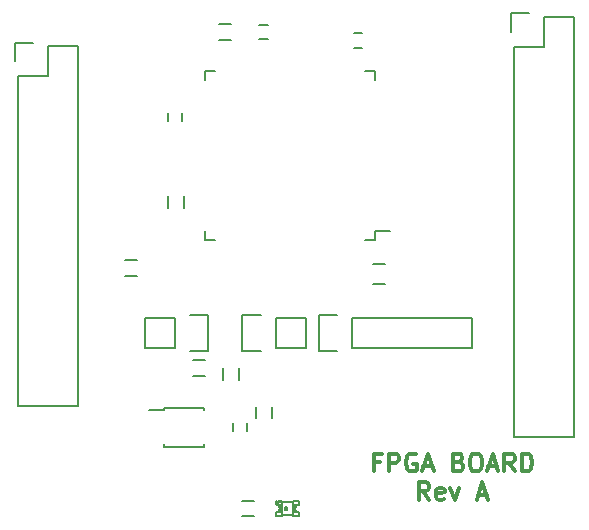
<source format=gto>
G04 #@! TF.FileFunction,Legend,Top*
%FSLAX46Y46*%
G04 Gerber Fmt 4.6, Leading zero omitted, Abs format (unit mm)*
G04 Created by KiCad (PCBNEW (2015-01-16 BZR 5376)-product) date 23/07/2015 12:13:06*
%MOMM*%
G01*
G04 APERTURE LIST*
%ADD10C,0.100000*%
%ADD11C,0.300000*%
%ADD12C,0.150000*%
G04 APERTURE END LIST*
D10*
D11*
X92321429Y-104942857D02*
X91821429Y-104942857D01*
X91821429Y-105728571D02*
X91821429Y-104228571D01*
X92535715Y-104228571D01*
X93107143Y-105728571D02*
X93107143Y-104228571D01*
X93678571Y-104228571D01*
X93821429Y-104300000D01*
X93892857Y-104371429D01*
X93964286Y-104514286D01*
X93964286Y-104728571D01*
X93892857Y-104871429D01*
X93821429Y-104942857D01*
X93678571Y-105014286D01*
X93107143Y-105014286D01*
X95392857Y-104300000D02*
X95250000Y-104228571D01*
X95035714Y-104228571D01*
X94821429Y-104300000D01*
X94678571Y-104442857D01*
X94607143Y-104585714D01*
X94535714Y-104871429D01*
X94535714Y-105085714D01*
X94607143Y-105371429D01*
X94678571Y-105514286D01*
X94821429Y-105657143D01*
X95035714Y-105728571D01*
X95178571Y-105728571D01*
X95392857Y-105657143D01*
X95464286Y-105585714D01*
X95464286Y-105085714D01*
X95178571Y-105085714D01*
X96035714Y-105300000D02*
X96750000Y-105300000D01*
X95892857Y-105728571D02*
X96392857Y-104228571D01*
X96892857Y-105728571D01*
X99035714Y-104942857D02*
X99250000Y-105014286D01*
X99321428Y-105085714D01*
X99392857Y-105228571D01*
X99392857Y-105442857D01*
X99321428Y-105585714D01*
X99250000Y-105657143D01*
X99107142Y-105728571D01*
X98535714Y-105728571D01*
X98535714Y-104228571D01*
X99035714Y-104228571D01*
X99178571Y-104300000D01*
X99250000Y-104371429D01*
X99321428Y-104514286D01*
X99321428Y-104657143D01*
X99250000Y-104800000D01*
X99178571Y-104871429D01*
X99035714Y-104942857D01*
X98535714Y-104942857D01*
X100321428Y-104228571D02*
X100607142Y-104228571D01*
X100750000Y-104300000D01*
X100892857Y-104442857D01*
X100964285Y-104728571D01*
X100964285Y-105228571D01*
X100892857Y-105514286D01*
X100750000Y-105657143D01*
X100607142Y-105728571D01*
X100321428Y-105728571D01*
X100178571Y-105657143D01*
X100035714Y-105514286D01*
X99964285Y-105228571D01*
X99964285Y-104728571D01*
X100035714Y-104442857D01*
X100178571Y-104300000D01*
X100321428Y-104228571D01*
X101535714Y-105300000D02*
X102250000Y-105300000D01*
X101392857Y-105728571D02*
X101892857Y-104228571D01*
X102392857Y-105728571D01*
X103750000Y-105728571D02*
X103250000Y-105014286D01*
X102892857Y-105728571D02*
X102892857Y-104228571D01*
X103464285Y-104228571D01*
X103607143Y-104300000D01*
X103678571Y-104371429D01*
X103750000Y-104514286D01*
X103750000Y-104728571D01*
X103678571Y-104871429D01*
X103607143Y-104942857D01*
X103464285Y-105014286D01*
X102892857Y-105014286D01*
X104392857Y-105728571D02*
X104392857Y-104228571D01*
X104750000Y-104228571D01*
X104964285Y-104300000D01*
X105107143Y-104442857D01*
X105178571Y-104585714D01*
X105250000Y-104871429D01*
X105250000Y-105085714D01*
X105178571Y-105371429D01*
X105107143Y-105514286D01*
X104964285Y-105657143D01*
X104750000Y-105728571D01*
X104392857Y-105728571D01*
X96535715Y-108128571D02*
X96035715Y-107414286D01*
X95678572Y-108128571D02*
X95678572Y-106628571D01*
X96250000Y-106628571D01*
X96392858Y-106700000D01*
X96464286Y-106771429D01*
X96535715Y-106914286D01*
X96535715Y-107128571D01*
X96464286Y-107271429D01*
X96392858Y-107342857D01*
X96250000Y-107414286D01*
X95678572Y-107414286D01*
X97750000Y-108057143D02*
X97607143Y-108128571D01*
X97321429Y-108128571D01*
X97178572Y-108057143D01*
X97107143Y-107914286D01*
X97107143Y-107342857D01*
X97178572Y-107200000D01*
X97321429Y-107128571D01*
X97607143Y-107128571D01*
X97750000Y-107200000D01*
X97821429Y-107342857D01*
X97821429Y-107485714D01*
X97107143Y-107628571D01*
X98321429Y-107128571D02*
X98678572Y-108128571D01*
X99035714Y-107128571D01*
X100678571Y-107700000D02*
X101392857Y-107700000D01*
X100535714Y-108128571D02*
X101035714Y-106628571D01*
X101535714Y-108128571D01*
D12*
X92750000Y-88150000D02*
X91750000Y-88150000D01*
X91750000Y-89850000D02*
X92750000Y-89850000D01*
X75600000Y-75400000D02*
X75600000Y-76100000D01*
X74400000Y-76100000D02*
X74400000Y-75400000D01*
X82150000Y-67900000D02*
X82850000Y-67900000D01*
X82850000Y-69100000D02*
X82150000Y-69100000D01*
X90850000Y-69850000D02*
X90150000Y-69850000D01*
X90150000Y-68650000D02*
X90850000Y-68650000D01*
X74980000Y-95270000D02*
X72440000Y-95270000D01*
X77800000Y-95550000D02*
X76250000Y-95550000D01*
X74980000Y-95270000D02*
X74980000Y-92730000D01*
X76250000Y-92450000D02*
X77800000Y-92450000D01*
X77800000Y-92450000D02*
X77800000Y-95550000D01*
X74980000Y-92730000D02*
X72440000Y-92730000D01*
X72440000Y-92730000D02*
X72440000Y-95270000D01*
X108810000Y-102790000D02*
X108810000Y-67230000D01*
X103730000Y-69770000D02*
X103730000Y-102790000D01*
X108810000Y-102790000D02*
X103730000Y-102790000D01*
X108810000Y-67230000D02*
X106270000Y-67230000D01*
X105000000Y-66950000D02*
X103450000Y-66950000D01*
X106270000Y-67230000D02*
X106270000Y-69770000D01*
X106270000Y-69770000D02*
X103730000Y-69770000D01*
X103450000Y-66950000D02*
X103450000Y-68500000D01*
X88750000Y-95550000D02*
X87200000Y-95550000D01*
X87200000Y-95550000D02*
X87200000Y-92450000D01*
X87200000Y-92450000D02*
X88750000Y-92450000D01*
X90020000Y-92730000D02*
X100180000Y-92730000D01*
X100180000Y-92730000D02*
X100180000Y-95270000D01*
X100180000Y-95270000D02*
X90020000Y-95270000D01*
X90020000Y-92730000D02*
X90020000Y-95270000D01*
X83520000Y-92730000D02*
X86060000Y-92730000D01*
X80700000Y-92450000D02*
X82250000Y-92450000D01*
X83520000Y-92730000D02*
X83520000Y-95270000D01*
X82250000Y-95550000D02*
X80700000Y-95550000D01*
X80700000Y-95550000D02*
X80700000Y-92450000D01*
X83520000Y-95270000D02*
X86060000Y-95270000D01*
X86060000Y-95270000D02*
X86060000Y-92730000D01*
X80425000Y-97000000D02*
X80425000Y-98000000D01*
X79075000Y-98000000D02*
X79075000Y-97000000D01*
X71750000Y-89175000D02*
X70750000Y-89175000D01*
X70750000Y-87825000D02*
X71750000Y-87825000D01*
X79750000Y-69175000D02*
X78750000Y-69175000D01*
X78750000Y-67825000D02*
X79750000Y-67825000D01*
X75725000Y-82450000D02*
X75725000Y-83450000D01*
X74375000Y-83450000D02*
X74375000Y-82450000D01*
X91925000Y-86175000D02*
X91925000Y-85375000D01*
X77575000Y-86175000D02*
X77575000Y-85375000D01*
X77575000Y-71825000D02*
X77575000Y-72625000D01*
X91925000Y-71825000D02*
X91925000Y-72625000D01*
X91925000Y-86175000D02*
X91125000Y-86175000D01*
X91925000Y-71825000D02*
X91125000Y-71825000D01*
X77575000Y-71825000D02*
X78375000Y-71825000D01*
X77575000Y-86175000D02*
X78375000Y-86175000D01*
X91925000Y-85375000D02*
X93200000Y-85375000D01*
X66810000Y-100210000D02*
X66810000Y-69730000D01*
X61730000Y-72270000D02*
X61730000Y-100210000D01*
X66810000Y-100210000D02*
X61730000Y-100210000D01*
X66810000Y-69730000D02*
X64270000Y-69730000D01*
X63000000Y-69450000D02*
X61450000Y-69450000D01*
X64270000Y-69730000D02*
X64270000Y-72270000D01*
X64270000Y-72270000D02*
X61730000Y-72270000D01*
X61450000Y-69450000D02*
X61450000Y-71000000D01*
X76550000Y-96275000D02*
X77550000Y-96275000D01*
X77550000Y-97625000D02*
X76550000Y-97625000D01*
X81100000Y-101650000D02*
X81100000Y-102350000D01*
X79900000Y-102350000D02*
X79900000Y-101650000D01*
X84027160Y-109174720D02*
X84027160Y-109499840D01*
X84027160Y-109499840D02*
X83526780Y-109499840D01*
X83526780Y-109174720D02*
X83526780Y-109499840D01*
X84027160Y-109174720D02*
X83526780Y-109174720D01*
X84027160Y-108552420D02*
X84027160Y-108702280D01*
X84027160Y-108702280D02*
X83775700Y-108702280D01*
X83775700Y-108552420D02*
X83775700Y-108702280D01*
X84027160Y-108552420D02*
X83775700Y-108552420D01*
X84027160Y-109047720D02*
X84027160Y-109197580D01*
X84027160Y-109197580D02*
X83775700Y-109197580D01*
X83775700Y-109047720D02*
X83775700Y-109197580D01*
X84027160Y-109047720D02*
X83775700Y-109047720D01*
X84027160Y-108676880D02*
X84027160Y-109073120D01*
X84027160Y-109073120D02*
X83851900Y-109073120D01*
X83851900Y-108676880D02*
X83851900Y-109073120D01*
X84027160Y-108676880D02*
X83851900Y-108676880D01*
X85523220Y-109174720D02*
X85523220Y-109499840D01*
X85523220Y-109499840D02*
X85022840Y-109499840D01*
X85022840Y-109174720D02*
X85022840Y-109499840D01*
X85523220Y-109174720D02*
X85022840Y-109174720D01*
X85523220Y-108250160D02*
X85523220Y-108575280D01*
X85523220Y-108575280D02*
X85022840Y-108575280D01*
X85022840Y-108250160D02*
X85022840Y-108575280D01*
X85523220Y-108250160D02*
X85022840Y-108250160D01*
X85274300Y-109047720D02*
X85274300Y-109197580D01*
X85274300Y-109197580D02*
X85022840Y-109197580D01*
X85022840Y-109047720D02*
X85022840Y-109197580D01*
X85274300Y-109047720D02*
X85022840Y-109047720D01*
X85274300Y-108552420D02*
X85274300Y-108702280D01*
X85274300Y-108702280D02*
X85022840Y-108702280D01*
X85022840Y-108552420D02*
X85022840Y-108702280D01*
X85274300Y-108552420D02*
X85022840Y-108552420D01*
X85198100Y-108676880D02*
X85198100Y-109073120D01*
X85198100Y-109073120D02*
X85022840Y-109073120D01*
X85022840Y-108676880D02*
X85022840Y-109073120D01*
X85198100Y-108676880D02*
X85022840Y-108676880D01*
X84525000Y-108775940D02*
X84525000Y-108974060D01*
X84525000Y-108974060D02*
X84326880Y-108974060D01*
X84326880Y-108775940D02*
X84326880Y-108974060D01*
X84525000Y-108775940D02*
X84326880Y-108775940D01*
X84027160Y-108275560D02*
X84027160Y-108575280D01*
X84027160Y-108575280D02*
X83727440Y-108575280D01*
X83727440Y-108275560D02*
X83727440Y-108575280D01*
X84027160Y-108275560D02*
X83727440Y-108275560D01*
X83600440Y-108250160D02*
X83600440Y-108476220D01*
X83600440Y-108476220D02*
X83526780Y-108476220D01*
X83526780Y-108250160D02*
X83526780Y-108476220D01*
X83600440Y-108250160D02*
X83526780Y-108250160D01*
X84001760Y-109449040D02*
X85048240Y-109449040D01*
X85022840Y-108300960D02*
X83600440Y-108300960D01*
X83748482Y-108425420D02*
G75*
G03X83748482Y-108425420I-71842J0D01*
G01*
X83526780Y-108527020D02*
G75*
G02X83526780Y-109222980I0J-347980D01*
G01*
X85523220Y-109222980D02*
G75*
G02X85523220Y-108527020I0J347980D01*
G01*
X81675000Y-109550000D02*
X80675000Y-109550000D01*
X80675000Y-108200000D02*
X81675000Y-108200000D01*
X81825000Y-101250000D02*
X81825000Y-100250000D01*
X83175000Y-100250000D02*
X83175000Y-101250000D01*
X74075000Y-100325000D02*
X74075000Y-100575000D01*
X77425000Y-100325000D02*
X77425000Y-100575000D01*
X77425000Y-103675000D02*
X77425000Y-103425000D01*
X74075000Y-103675000D02*
X74075000Y-103425000D01*
X74075000Y-100325000D02*
X77425000Y-100325000D01*
X74075000Y-103675000D02*
X77425000Y-103675000D01*
X74075000Y-100575000D02*
X72825000Y-100575000D01*
M02*

</source>
